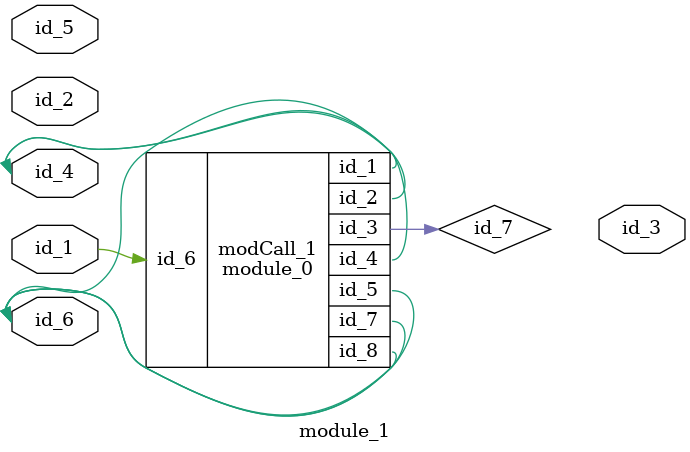
<source format=v>
module module_0 (
    id_1,
    id_2,
    id_3,
    id_4,
    id_5,
    id_6,
    id_7,
    id_8
);
  output wire id_8;
  inout wire id_7;
  input wire id_6;
  inout wire id_5;
  inout wire id_4;
  inout wire id_3;
  output wire id_2;
  inout wire id_1;
  wire id_9;
endmodule
module module_1 (
    id_1,
    id_2,
    id_3,
    id_4,
    id_5,
    id_6
);
  inout wire id_6;
  input wire id_5;
  inout wire id_4;
  output wire id_3;
  input wire id_2;
  input wire id_1;
  wire id_7;
  module_0 modCall_1 (
      id_4,
      id_6,
      id_7,
      id_4,
      id_6,
      id_1,
      id_6,
      id_6
  );
endmodule

</source>
